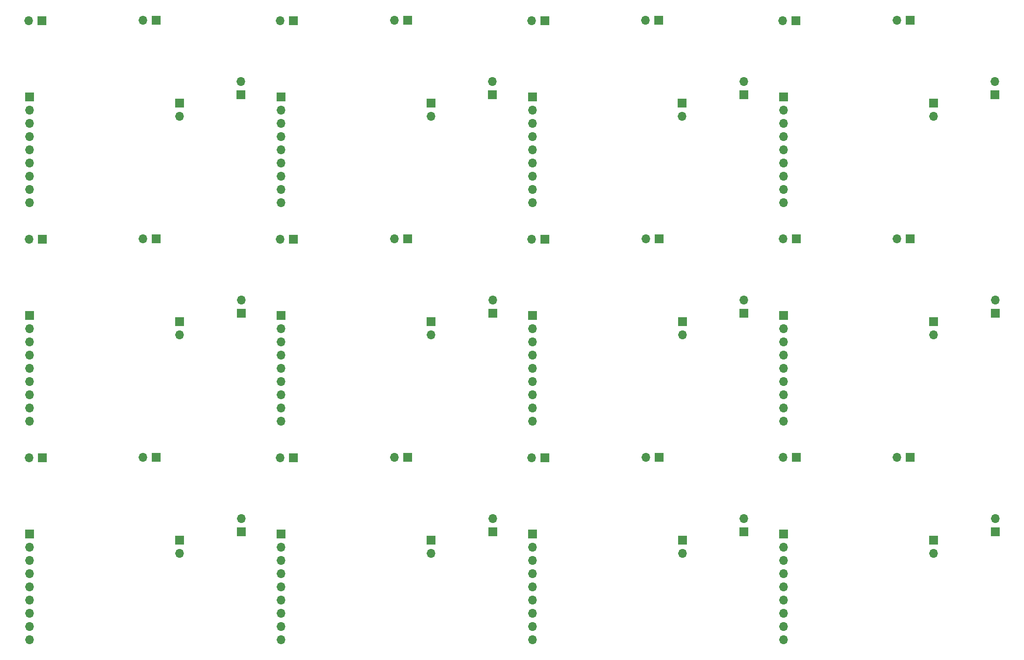
<source format=gbr>
%TF.GenerationSoftware,KiCad,Pcbnew,8.0.5*%
%TF.CreationDate,2024-10-20T11:29:55-04:00*%
%TF.ProjectId,power_glitcher_panel,706f7765-725f-4676-9c69-74636865725f,rev?*%
%TF.SameCoordinates,Original*%
%TF.FileFunction,Soldermask,Bot*%
%TF.FilePolarity,Negative*%
%FSLAX46Y46*%
G04 Gerber Fmt 4.6, Leading zero omitted, Abs format (unit mm)*
G04 Created by KiCad (PCBNEW 8.0.5) date 2024-10-20 11:29:55*
%MOMM*%
%LPD*%
G01*
G04 APERTURE LIST*
%ADD10R,1.700000X1.700000*%
%ADD11O,1.700000X1.700000*%
G04 APERTURE END LIST*
D10*
%TO.C,J1*%
X203483800Y-79416000D03*
D11*
X203483800Y-81956000D03*
X203483800Y-84496000D03*
X203483800Y-87036000D03*
X203483800Y-89576000D03*
X203483800Y-92116000D03*
X203483800Y-94656000D03*
X203483800Y-97196000D03*
X203483800Y-99736000D03*
%TD*%
D10*
%TO.C,J2*%
X205876400Y-64734800D03*
D11*
X203336400Y-64734800D03*
%TD*%
D10*
%TO.C,J3*%
X227750800Y-64684000D03*
D11*
X225210800Y-64684000D03*
%TD*%
D10*
%TO.C,J5*%
X232236600Y-80609800D03*
D11*
X232236600Y-83149800D03*
%TD*%
D10*
%TO.C,J4*%
X244073000Y-78989200D03*
D11*
X244073000Y-76449200D03*
%TD*%
D10*
%TO.C,J4*%
X244073000Y-120989200D03*
D11*
X244073000Y-118449200D03*
%TD*%
D10*
%TO.C,J1*%
X203483800Y-121416000D03*
D11*
X203483800Y-123956000D03*
X203483800Y-126496000D03*
X203483800Y-129036000D03*
X203483800Y-131576000D03*
X203483800Y-134116000D03*
X203483800Y-136656000D03*
X203483800Y-139196000D03*
X203483800Y-141736000D03*
%TD*%
D10*
%TO.C,J2*%
X205876400Y-106734800D03*
D11*
X203336400Y-106734800D03*
%TD*%
D10*
%TO.C,J3*%
X227750800Y-106684000D03*
D11*
X225210800Y-106684000D03*
%TD*%
D10*
%TO.C,J5*%
X232236600Y-122609800D03*
D11*
X232236600Y-125149800D03*
%TD*%
D10*
%TO.C,J1*%
X203457800Y-37433200D03*
D11*
X203457800Y-39973200D03*
X203457800Y-42513200D03*
X203457800Y-45053200D03*
X203457800Y-47593200D03*
X203457800Y-50133200D03*
X203457800Y-52673200D03*
X203457800Y-55213200D03*
X203457800Y-57753200D03*
%TD*%
%TO.C,J2*%
X203310400Y-22752000D03*
D10*
X205850400Y-22752000D03*
%TD*%
D11*
%TO.C,J3*%
X225184800Y-22701200D03*
D10*
X227724800Y-22701200D03*
%TD*%
%TO.C,J5*%
X232210600Y-38627000D03*
D11*
X232210600Y-41167000D03*
%TD*%
D10*
%TO.C,J4*%
X244047000Y-37006400D03*
D11*
X244047000Y-34466400D03*
%TD*%
D10*
%TO.C,J1*%
X107044000Y-121444400D03*
D11*
X107044000Y-123984400D03*
X107044000Y-126524400D03*
X107044000Y-129064400D03*
X107044000Y-131604400D03*
X107044000Y-134144400D03*
X107044000Y-136684400D03*
X107044000Y-139224400D03*
X107044000Y-141764400D03*
%TD*%
D10*
%TO.C,J1*%
X155280000Y-121444400D03*
D11*
X155280000Y-123984400D03*
X155280000Y-126524400D03*
X155280000Y-129064400D03*
X155280000Y-131604400D03*
X155280000Y-134144400D03*
X155280000Y-136684400D03*
X155280000Y-139224400D03*
X155280000Y-141764400D03*
%TD*%
D10*
%TO.C,J2*%
X157672600Y-106763200D03*
D11*
X155132600Y-106763200D03*
%TD*%
D10*
%TO.C,J3*%
X179547000Y-106712400D03*
D11*
X177007000Y-106712400D03*
%TD*%
D10*
%TO.C,J5*%
X184032800Y-122638200D03*
D11*
X184032800Y-125178200D03*
%TD*%
D10*
%TO.C,J4*%
X195869200Y-121017600D03*
D11*
X195869200Y-118477600D03*
%TD*%
D10*
%TO.C,J2*%
X109436600Y-106763200D03*
D11*
X106896600Y-106763200D03*
%TD*%
D10*
%TO.C,J3*%
X131311000Y-106712400D03*
D11*
X128771000Y-106712400D03*
%TD*%
D10*
%TO.C,J5*%
X135796800Y-122638200D03*
D11*
X135796800Y-125178200D03*
%TD*%
D10*
%TO.C,J4*%
X147633200Y-121017600D03*
D11*
X147633200Y-118477600D03*
%TD*%
D10*
%TO.C,J1*%
X58794000Y-121449800D03*
D11*
X58794000Y-123989800D03*
X58794000Y-126529800D03*
X58794000Y-129069800D03*
X58794000Y-131609800D03*
X58794000Y-134149800D03*
X58794000Y-136689800D03*
X58794000Y-139229800D03*
X58794000Y-141769800D03*
%TD*%
D10*
%TO.C,J2*%
X61186600Y-106768600D03*
D11*
X58646600Y-106768600D03*
%TD*%
D10*
%TO.C,J3*%
X83061000Y-106717800D03*
D11*
X80521000Y-106717800D03*
%TD*%
D10*
%TO.C,J5*%
X87546800Y-122643600D03*
D11*
X87546800Y-125183600D03*
%TD*%
D10*
%TO.C,J4*%
X99383200Y-121023000D03*
D11*
X99383200Y-118483000D03*
%TD*%
D10*
%TO.C,J1*%
X107044000Y-79444400D03*
D11*
X107044000Y-81984400D03*
X107044000Y-84524400D03*
X107044000Y-87064400D03*
X107044000Y-89604400D03*
X107044000Y-92144400D03*
X107044000Y-94684400D03*
X107044000Y-97224400D03*
X107044000Y-99764400D03*
%TD*%
D10*
%TO.C,J1*%
X155280000Y-79444400D03*
D11*
X155280000Y-81984400D03*
X155280000Y-84524400D03*
X155280000Y-87064400D03*
X155280000Y-89604400D03*
X155280000Y-92144400D03*
X155280000Y-94684400D03*
X155280000Y-97224400D03*
X155280000Y-99764400D03*
%TD*%
D10*
%TO.C,J2*%
X157672600Y-64763200D03*
D11*
X155132600Y-64763200D03*
%TD*%
D10*
%TO.C,J3*%
X179547000Y-64712400D03*
D11*
X177007000Y-64712400D03*
%TD*%
D10*
%TO.C,J5*%
X184032800Y-80638200D03*
D11*
X184032800Y-83178200D03*
%TD*%
D10*
%TO.C,J4*%
X195869200Y-79017600D03*
D11*
X195869200Y-76477600D03*
%TD*%
D10*
%TO.C,J2*%
X109436600Y-64763200D03*
D11*
X106896600Y-64763200D03*
%TD*%
D10*
%TO.C,J3*%
X131311000Y-64712400D03*
D11*
X128771000Y-64712400D03*
%TD*%
D10*
%TO.C,J5*%
X135796800Y-80638200D03*
D11*
X135796800Y-83178200D03*
%TD*%
D10*
%TO.C,J4*%
X147633200Y-79017600D03*
D11*
X147633200Y-76477600D03*
%TD*%
D10*
%TO.C,J1*%
X58794000Y-79449800D03*
D11*
X58794000Y-81989800D03*
X58794000Y-84529800D03*
X58794000Y-87069800D03*
X58794000Y-89609800D03*
X58794000Y-92149800D03*
X58794000Y-94689800D03*
X58794000Y-97229800D03*
X58794000Y-99769800D03*
%TD*%
D10*
%TO.C,J2*%
X61186600Y-64768600D03*
D11*
X58646600Y-64768600D03*
%TD*%
D10*
%TO.C,J3*%
X83061000Y-64717800D03*
D11*
X80521000Y-64717800D03*
%TD*%
D10*
%TO.C,J5*%
X87546800Y-80643600D03*
D11*
X87546800Y-83183600D03*
%TD*%
D10*
%TO.C,J4*%
X99383200Y-79023000D03*
D11*
X99383200Y-76483000D03*
%TD*%
D10*
%TO.C,J1*%
X155254000Y-37461600D03*
D11*
X155254000Y-40001600D03*
X155254000Y-42541600D03*
X155254000Y-45081600D03*
X155254000Y-47621600D03*
X155254000Y-50161600D03*
X155254000Y-52701600D03*
X155254000Y-55241600D03*
X155254000Y-57781600D03*
%TD*%
%TO.C,J2*%
X155106600Y-22780400D03*
D10*
X157646600Y-22780400D03*
%TD*%
D11*
%TO.C,J3*%
X176981000Y-22729600D03*
D10*
X179521000Y-22729600D03*
%TD*%
%TO.C,J5*%
X184006800Y-38655400D03*
D11*
X184006800Y-41195400D03*
%TD*%
D10*
%TO.C,J4*%
X195843200Y-37034800D03*
D11*
X195843200Y-34494800D03*
%TD*%
D10*
%TO.C,J1*%
X107018000Y-37461600D03*
D11*
X107018000Y-40001600D03*
X107018000Y-42541600D03*
X107018000Y-45081600D03*
X107018000Y-47621600D03*
X107018000Y-50161600D03*
X107018000Y-52701600D03*
X107018000Y-55241600D03*
X107018000Y-57781600D03*
%TD*%
%TO.C,J2*%
X106870600Y-22780400D03*
D10*
X109410600Y-22780400D03*
%TD*%
D11*
%TO.C,J3*%
X128745000Y-22729600D03*
D10*
X131285000Y-22729600D03*
%TD*%
%TO.C,J5*%
X135770800Y-38655400D03*
D11*
X135770800Y-41195400D03*
%TD*%
D10*
%TO.C,J4*%
X147607200Y-37034800D03*
D11*
X147607200Y-34494800D03*
%TD*%
%TO.C,J4*%
X99357200Y-34500200D03*
D10*
X99357200Y-37040200D03*
%TD*%
D11*
%TO.C,J5*%
X87520800Y-41200800D03*
D10*
X87520800Y-38660800D03*
%TD*%
%TO.C,J3*%
X83035000Y-22735000D03*
D11*
X80495000Y-22735000D03*
%TD*%
D10*
%TO.C,J2*%
X61160600Y-22785800D03*
D11*
X58620600Y-22785800D03*
%TD*%
%TO.C,J1*%
X58768000Y-57787000D03*
X58768000Y-55247000D03*
X58768000Y-52707000D03*
X58768000Y-50167000D03*
X58768000Y-47627000D03*
X58768000Y-45087000D03*
X58768000Y-42547000D03*
X58768000Y-40007000D03*
D10*
X58768000Y-37467000D03*
%TD*%
M02*

</source>
